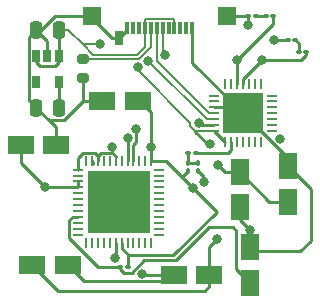
<source format=gbr>
%TF.GenerationSoftware,KiCad,Pcbnew,6.0.9*%
%TF.CreationDate,2022-12-15T21:25:05+01:00*%
%TF.ProjectId,Expansion_Card,45787061-6e73-4696-9f6e-5f436172642e,X1*%
%TF.SameCoordinates,Original*%
%TF.FileFunction,Copper,L1,Top*%
%TF.FilePolarity,Positive*%
%FSLAX46Y46*%
G04 Gerber Fmt 4.6, Leading zero omitted, Abs format (unit mm)*
G04 Created by KiCad (PCBNEW 6.0.9) date 2022-12-15 21:25:05*
%MOMM*%
%LPD*%
G01*
G04 APERTURE LIST*
G04 Aperture macros list*
%AMRoundRect*
0 Rectangle with rounded corners*
0 $1 Rounding radius*
0 $2 $3 $4 $5 $6 $7 $8 $9 X,Y pos of 4 corners*
0 Add a 4 corners polygon primitive as box body*
4,1,4,$2,$3,$4,$5,$6,$7,$8,$9,$2,$3,0*
0 Add four circle primitives for the rounded corners*
1,1,$1+$1,$2,$3*
1,1,$1+$1,$4,$5*
1,1,$1+$1,$6,$7*
1,1,$1+$1,$8,$9*
0 Add four rect primitives between the rounded corners*
20,1,$1+$1,$2,$3,$4,$5,0*
20,1,$1+$1,$4,$5,$6,$7,0*
20,1,$1+$1,$6,$7,$8,$9,0*
20,1,$1+$1,$8,$9,$2,$3,0*%
G04 Aperture macros list end*
%TA.AperFunction,SMDPad,CuDef*%
%ADD10RoundRect,0.062500X-0.337500X-0.062500X0.337500X-0.062500X0.337500X0.062500X-0.337500X0.062500X0*%
%TD*%
%TA.AperFunction,SMDPad,CuDef*%
%ADD11RoundRect,0.062500X-0.062500X-0.337500X0.062500X-0.337500X0.062500X0.337500X-0.062500X0.337500X0*%
%TD*%
%TA.AperFunction,SMDPad,CuDef*%
%ADD12R,5.300000X5.300000*%
%TD*%
%TA.AperFunction,SMDPad,CuDef*%
%ADD13R,3.350000X3.350000*%
%TD*%
%TA.AperFunction,SMDPad,CuDef*%
%ADD14RoundRect,0.100000X-0.100000X0.130000X-0.100000X-0.130000X0.100000X-0.130000X0.100000X0.130000X0*%
%TD*%
%TA.AperFunction,SMDPad,CuDef*%
%ADD15RoundRect,0.100000X0.130000X0.100000X-0.130000X0.100000X-0.130000X-0.100000X0.130000X-0.100000X0*%
%TD*%
%TA.AperFunction,SMDPad,CuDef*%
%ADD16RoundRect,0.100000X0.100000X-0.130000X0.100000X0.130000X-0.100000X0.130000X-0.100000X-0.130000X0*%
%TD*%
%TA.AperFunction,SMDPad,CuDef*%
%ADD17RoundRect,0.100000X-0.130000X-0.100000X0.130000X-0.100000X0.130000X0.100000X-0.130000X0.100000X0*%
%TD*%
%TA.AperFunction,SMDPad,CuDef*%
%ADD18R,1.600000X2.200000*%
%TD*%
%TA.AperFunction,SMDPad,CuDef*%
%ADD19R,2.200000X1.600000*%
%TD*%
%TA.AperFunction,SMDPad,CuDef*%
%ADD20RoundRect,0.200000X-0.275000X0.200000X-0.275000X-0.200000X0.275000X-0.200000X0.275000X0.200000X0*%
%TD*%
%TA.AperFunction,SMDPad,CuDef*%
%ADD21RoundRect,0.250000X0.250000X0.475000X-0.250000X0.475000X-0.250000X-0.475000X0.250000X-0.475000X0*%
%TD*%
%TA.AperFunction,SMDPad,CuDef*%
%ADD22R,0.650000X1.060000*%
%TD*%
%TA.AperFunction,SMDPad,CuDef*%
%ADD23R,0.700000X1.150000*%
%TD*%
%TA.AperFunction,SMDPad,CuDef*%
%ADD24R,0.380000X1.000000*%
%TD*%
%TA.AperFunction,SMDPad,CuDef*%
%ADD25R,1.500000X1.500000*%
%TD*%
%TA.AperFunction,ViaPad*%
%ADD26C,0.800000*%
%TD*%
%TA.AperFunction,ViaPad*%
%ADD27C,0.500000*%
%TD*%
%TA.AperFunction,Conductor*%
%ADD28C,0.250000*%
%TD*%
%TA.AperFunction,Conductor*%
%ADD29C,0.160000*%
%TD*%
%TA.AperFunction,Conductor*%
%ADD30C,0.200000*%
%TD*%
G04 APERTURE END LIST*
D10*
%TO.P,U3,1,VDDA*%
%TO.N,/VDD33A*%
X133075000Y-141050000D03*
%TO.P,U3,2,LNA_IN*%
%TO.N,unconnected-(U3-Pad2)*%
X133075000Y-141550000D03*
%TO.P,U3,3,VDDA3P3*%
%TO.N,/VDD33A*%
X133075000Y-142050000D03*
%TO.P,U3,4,VDDA3P3*%
X133075000Y-142550000D03*
%TO.P,U3,5,SENSOR_VP*%
%TO.N,unconnected-(U3-Pad5)*%
X133075000Y-143050000D03*
%TO.P,U3,6,SENSOR_CAPP*%
%TO.N,unconnected-(U3-Pad6)*%
X133075000Y-143550000D03*
%TO.P,U3,7,SENSOR_CAPN*%
%TO.N,unconnected-(U3-Pad7)*%
X133075000Y-144050000D03*
%TO.P,U3,8,SENSOR_VN*%
%TO.N,unconnected-(U3-Pad8)*%
X133075000Y-144550000D03*
%TO.P,U3,9,EN*%
%TO.N,Net-(U3-Pad9)*%
X133075000Y-145050000D03*
%TO.P,U3,10,IO34*%
%TO.N,unconnected-(U3-Pad10)*%
X133075000Y-145550000D03*
%TO.P,U3,11,IO35*%
%TO.N,unconnected-(U3-Pad11)*%
X133075000Y-146050000D03*
%TO.P,U3,12,IO32*%
%TO.N,unconnected-(U3-Pad12)*%
X133075000Y-146550000D03*
D11*
%TO.P,U3,13,IO33*%
%TO.N,unconnected-(U3-Pad13)*%
X133775000Y-147250000D03*
%TO.P,U3,14,IO25*%
%TO.N,unconnected-(U3-Pad14)*%
X134275000Y-147250000D03*
%TO.P,U3,15,IO26*%
%TO.N,unconnected-(U3-Pad15)*%
X134775000Y-147250000D03*
%TO.P,U3,16,IO27*%
%TO.N,unconnected-(U3-Pad16)*%
X135275000Y-147250000D03*
%TO.P,U3,17,IO14*%
%TO.N,unconnected-(U3-Pad17)*%
X135775000Y-147250000D03*
%TO.P,U3,18,IO12*%
%TO.N,Net-(U3-Pad18)*%
X136275000Y-147250000D03*
%TO.P,U3,19,VDD3P3_RTC*%
%TO.N,/VDD33A*%
X136775000Y-147250000D03*
%TO.P,U3,20,IO13*%
%TO.N,unconnected-(U3-Pad20)*%
X137275000Y-147250000D03*
%TO.P,U3,21,IO15*%
%TO.N,unconnected-(U3-Pad21)*%
X137775000Y-147250000D03*
%TO.P,U3,22,IO2*%
%TO.N,unconnected-(U3-Pad22)*%
X138275000Y-147250000D03*
%TO.P,U3,23,IO0*%
%TO.N,unconnected-(U3-Pad23)*%
X138775000Y-147250000D03*
%TO.P,U3,24,IO4*%
%TO.N,unconnected-(U3-Pad24)*%
X139275000Y-147250000D03*
D10*
%TO.P,U3,25,IO16*%
%TO.N,unconnected-(U3-Pad25)*%
X139975000Y-146550000D03*
%TO.P,U3,26,VDD_SDIO*%
%TO.N,unconnected-(U3-Pad26)*%
X139975000Y-146050000D03*
%TO.P,U3,27,IO17*%
%TO.N,unconnected-(U3-Pad27)*%
X139975000Y-145550000D03*
%TO.P,U3,28,SD2/IO9*%
%TO.N,unconnected-(U3-Pad28)*%
X139975000Y-145050000D03*
%TO.P,U3,29,SD3/IO10*%
%TO.N,unconnected-(U3-Pad29)*%
X139975000Y-144550000D03*
%TO.P,U3,30,CMD*%
%TO.N,unconnected-(U3-Pad30)*%
X139975000Y-144050000D03*
%TO.P,U3,31,CLK*%
%TO.N,unconnected-(U3-Pad31)*%
X139975000Y-143550000D03*
%TO.P,U3,32,SD0*%
%TO.N,unconnected-(U3-Pad32)*%
X139975000Y-143050000D03*
%TO.P,U3,33,SD1*%
%TO.N,unconnected-(U3-Pad33)*%
X139975000Y-142550000D03*
%TO.P,U3,34,IO5*%
%TO.N,unconnected-(U3-Pad34)*%
X139975000Y-142050000D03*
%TO.P,U3,35,IO18*%
%TO.N,unconnected-(U3-Pad35)*%
X139975000Y-141550000D03*
%TO.P,U3,36,IO23*%
%TO.N,unconnected-(U3-Pad36)*%
X139975000Y-141050000D03*
D11*
%TO.P,U3,37,VDD3P3_CPU*%
%TO.N,/VDD33A*%
X139275000Y-140350000D03*
%TO.P,U3,38,IO19*%
%TO.N,unconnected-(U3-Pad38)*%
X138775000Y-140350000D03*
%TO.P,U3,39,IO22*%
%TO.N,unconnected-(U3-Pad39)*%
X138275000Y-140350000D03*
%TO.P,U3,40,U0RXD/IO3*%
%TO.N,/RXD*%
X137775000Y-140350000D03*
%TO.P,U3,41,U0TXD/IO1*%
%TO.N,/TXD*%
X137275000Y-140350000D03*
%TO.P,U3,42,IO21*%
%TO.N,unconnected-(U3-Pad42)*%
X136775000Y-140350000D03*
%TO.P,U3,43,VDDA*%
%TO.N,/VDD33A*%
X136275000Y-140350000D03*
%TO.P,U3,44,XTAL_N_NC*%
%TO.N,unconnected-(U3-Pad44)*%
X135775000Y-140350000D03*
%TO.P,U3,45,XTAL_P_NC*%
%TO.N,unconnected-(U3-Pad45)*%
X135275000Y-140350000D03*
%TO.P,U3,46,VDDA*%
%TO.N,/VDD33A*%
X134775000Y-140350000D03*
%TO.P,U3,47,CAP2_NC*%
%TO.N,unconnected-(U3-Pad47)*%
X134275000Y-140350000D03*
%TO.P,U3,48,CAP1_NC*%
%TO.N,unconnected-(U3-Pad48)*%
X133775000Y-140350000D03*
D12*
%TO.P,U3,49,GND*%
%TO.N,GND*%
X136525000Y-143800000D03*
%TD*%
D10*
%TO.P,U2,1,~{DCD}*%
%TO.N,/~{DCD}*%
X144600000Y-134775000D03*
%TO.P,U2,2,~{RI}/CLK*%
%TO.N,/~{RI}*%
X144600000Y-135275000D03*
%TO.P,U2,3,GND*%
%TO.N,GND*%
X144600000Y-135775000D03*
%TO.P,U2,4,D+*%
%TO.N,/D+*%
X144600000Y-136275000D03*
%TO.P,U2,5,D-*%
%TO.N,/D-*%
X144600000Y-136775000D03*
%TO.P,U2,6,VDD*%
%TO.N,Net-(C5-Pad1)*%
X144600000Y-137275000D03*
%TO.P,U2,7,VREGIN*%
%TO.N,VBUS*%
X144600000Y-137775000D03*
D11*
%TO.P,U2,8,VBUS*%
X145550000Y-138725000D03*
%TO.P,U2,9,~{RST}*%
%TO.N,Net-(R4-Pad2)*%
X146050000Y-138725000D03*
%TO.P,U2,10,NC*%
%TO.N,unconnected-(U2-Pad10)*%
X146550000Y-138725000D03*
%TO.P,U2,11,~{SUSPEND}*%
%TO.N,/~{SUSPEND}*%
X147050000Y-138725000D03*
%TO.P,U2,12,SUSPEND*%
%TO.N,/SUSPEND*%
X147550000Y-138725000D03*
%TO.P,U2,13,CHREN*%
%TO.N,unconnected-(U2-Pad13)*%
X148050000Y-138725000D03*
%TO.P,U2,14,CHR1*%
%TO.N,unconnected-(U2-Pad14)*%
X148550000Y-138725000D03*
D10*
%TO.P,U2,15,CHR0*%
%TO.N,unconnected-(U2-Pad15)*%
X149500000Y-137775000D03*
%TO.P,U2,16,~{WAKEUP}/GPIO.3*%
%TO.N,/GPIO3*%
X149500000Y-137275000D03*
%TO.P,U2,17,RS485/GPIO.2*%
%TO.N,/GPIO2*%
X149500000Y-136775000D03*
%TO.P,U2,18,~{RXT}/GPIO.1*%
%TO.N,/GPIO1*%
X149500000Y-136275000D03*
%TO.P,U2,19,~{TXT}/GPIO.0*%
%TO.N,/GPIO0*%
X149500000Y-135775000D03*
%TO.P,U2,20,GPIO.6*%
%TO.N,/GPIO6*%
X149500000Y-135275000D03*
%TO.P,U2,21,GPIO.5*%
%TO.N,/GPIO5*%
X149500000Y-134775000D03*
D11*
%TO.P,U2,22,GPIO.4*%
%TO.N,/GPIO4*%
X148550000Y-133825000D03*
%TO.P,U2,23,~{CTS}*%
%TO.N,/~{CTS}*%
X148050000Y-133825000D03*
%TO.P,U2,24,~{RTS}*%
%TO.N,/~{RTS}*%
X147550000Y-133825000D03*
%TO.P,U2,25,RXD*%
%TO.N,/RXD*%
X147050000Y-133825000D03*
%TO.P,U2,26,TXD*%
%TO.N,/TXD*%
X146550000Y-133825000D03*
%TO.P,U2,27,~{DSR}*%
%TO.N,/~{DSR}*%
X146050000Y-133825000D03*
%TO.P,U2,28,~{DTR}*%
%TO.N,/~{DTR}*%
X145550000Y-133825000D03*
D13*
%TO.P,U2,29,GND*%
%TO.N,GND*%
X147050000Y-136275000D03*
%TD*%
D14*
%TO.P,R23,1*%
%TO.N,+3.3V*%
X143225000Y-140480000D03*
%TO.P,R23,2*%
%TO.N,Net-(U3-Pad18)*%
X143225000Y-141120000D03*
%TD*%
D15*
%TO.P,R22,1*%
%TO.N,/VDD33A*%
X137320000Y-149250000D03*
%TO.P,R22,2*%
%TO.N,Net-(U3-Pad9)*%
X136680000Y-149250000D03*
%TD*%
D16*
%TO.P,R21,1*%
%TO.N,/VDD33A*%
X142400000Y-141120000D03*
%TO.P,R21,2*%
%TO.N,+3.3V*%
X142400000Y-140480000D03*
%TD*%
D17*
%TO.P,R4,2*%
%TO.N,Net-(R4-Pad2)*%
X143070000Y-139625000D03*
%TO.P,R4,1*%
%TO.N,+3.3V*%
X142430000Y-139625000D03*
%TD*%
%TO.P,R3,2*%
%TO.N,Net-(D2-Pad2)*%
X148120000Y-128000000D03*
%TO.P,R3,1*%
%TO.N,GND*%
X147480000Y-128000000D03*
%TD*%
%TO.P,R2,1*%
%TO.N,GND*%
X150855000Y-130050000D03*
%TO.P,R2,2*%
%TO.N,Net-(D1-Pad2)*%
X151495000Y-130050000D03*
%TD*%
D15*
%TO.P,D2,1,K*%
%TO.N,/TXD*%
X149620000Y-128000000D03*
%TO.P,D2,2,A*%
%TO.N,Net-(D2-Pad2)*%
X148980000Y-128000000D03*
%TD*%
%TO.P,D1,1,K*%
%TO.N,/RXD*%
X152420000Y-131050000D03*
%TO.P,D1,2,A*%
%TO.N,Net-(D1-Pad2)*%
X151780000Y-131050000D03*
%TD*%
D18*
%TO.P,C19,1*%
%TO.N,Net-(U3-Pad9)*%
X147625000Y-150625000D03*
%TO.P,C19,2*%
%TO.N,GND*%
X147625000Y-147625000D03*
%TD*%
D19*
%TO.P,C16,2*%
%TO.N,GND*%
X135150000Y-135200000D03*
%TO.P,C16,1*%
%TO.N,/VDD33A*%
X138150000Y-135200000D03*
%TD*%
%TO.P,C15,2*%
%TO.N,GND*%
X131225000Y-138975000D03*
%TO.P,C15,1*%
%TO.N,/VDD33A*%
X128225000Y-138975000D03*
%TD*%
D18*
%TO.P,C6,1*%
%TO.N,Net-(C5-Pad1)*%
X150875000Y-143750000D03*
%TO.P,C6,2*%
%TO.N,GND*%
X150875000Y-140750000D03*
%TD*%
%TO.P,C5,1*%
%TO.N,Net-(C5-Pad1)*%
X146775000Y-141250000D03*
%TO.P,C5,2*%
%TO.N,GND*%
X146775000Y-144250000D03*
%TD*%
D19*
%TO.P,C4,1*%
%TO.N,GND*%
X141200000Y-149975000D03*
%TO.P,C4,2*%
%TO.N,VBUS*%
X144200000Y-149975000D03*
%TD*%
%TO.P,C3,1*%
%TO.N,GND*%
X132225000Y-149150000D03*
%TO.P,C3,2*%
%TO.N,VBUS*%
X129225000Y-149150000D03*
%TD*%
D20*
%TO.P,R1,1*%
%TO.N,Net-(P1-PadA5)*%
X133540000Y-131675000D03*
%TO.P,R1,2*%
%TO.N,GND*%
X133540000Y-133325000D03*
%TD*%
D21*
%TO.P,C2,1*%
%TO.N,+3V3*%
X131450000Y-135802000D03*
%TO.P,C2,2*%
%TO.N,GND*%
X129550000Y-135802000D03*
%TD*%
D22*
%TO.P,U1,1,VIN*%
%TO.N,VBUS*%
X131450000Y-131400000D03*
%TO.P,U1,2,GND*%
%TO.N,GND*%
X130500000Y-131400000D03*
%TO.P,U1,3,EN*%
%TO.N,VBUS*%
X129550000Y-131400000D03*
%TO.P,U1,4,NC*%
%TO.N,unconnected-(U1-Pad4)*%
X129550000Y-133600000D03*
%TO.P,U1,5,VOUT*%
%TO.N,+3V3*%
X131450000Y-133600000D03*
%TD*%
D21*
%TO.P,C1,2*%
%TO.N,GND*%
X129550000Y-129198000D03*
%TO.P,C1,1*%
%TO.N,VBUS*%
X131450000Y-129198000D03*
%TD*%
D23*
%TO.P,P1,S1,SHIELD*%
%TO.N,GND*%
X136580000Y-129880000D03*
D24*
%TO.P,P1,A12,GND*%
X142750000Y-129040000D03*
%TO.P,P1,A11*%
%TO.N,N/C*%
X142250000Y-129040000D03*
%TO.P,P1,A10*%
X141750000Y-129040000D03*
%TO.P,P1,A9,VBUS*%
%TO.N,VBUS*%
X141250000Y-129040000D03*
%TO.P,P1,A8*%
%TO.N,N/C*%
X140750000Y-129040000D03*
%TO.P,P1,A7,D-*%
%TO.N,/D-*%
X140250000Y-129040000D03*
%TO.P,P1,A6,D+*%
%TO.N,/D+*%
X139750000Y-129040000D03*
%TO.P,P1,A5,CC*%
%TO.N,Net-(P1-PadA5)*%
X139250000Y-129040000D03*
%TO.P,P1,A4,VBUS*%
%TO.N,VBUS*%
X138750000Y-129040000D03*
%TO.P,P1,A3*%
%TO.N,N/C*%
X138250000Y-129040000D03*
%TO.P,P1,A2*%
X137750000Y-129040000D03*
%TO.P,P1,A1,GND*%
%TO.N,GND*%
X137250000Y-129040000D03*
%TD*%
D25*
%TO.P,TP1,1,1*%
%TO.N,GND*%
X134300000Y-128000000D03*
%TD*%
%TO.P,TP3,1,1*%
%TO.N,GND*%
X145700000Y-128000000D03*
%TD*%
D26*
%TO.N,VBUS*%
X144875000Y-146950000D03*
%TO.N,GND*%
X138512820Y-149912820D03*
%TO.N,VBUS*%
X144225000Y-138875000D03*
X150212299Y-138412701D03*
%TO.N,Net-(C5-Pad1)*%
X143286883Y-137086335D03*
X144925000Y-140650000D03*
%TO.N,/RXD*%
X148651992Y-131775000D03*
X138000000Y-137600000D03*
%TO.N,/TXD*%
X146550000Y-131750000D03*
X137275000Y-138400500D03*
%TO.N,/VDD33A*%
X130325000Y-142550000D03*
%TO.N,Net-(U3-Pad18)*%
X136250000Y-148500000D03*
X143775000Y-142075000D03*
%TO.N,/VDD33A*%
X139275000Y-139125000D03*
X136000000Y-139125000D03*
%TO.N,GND*%
X147625000Y-146150000D03*
X136525000Y-143800000D03*
%TO.N,/VDD33A*%
X142787500Y-142562500D03*
%TO.N,GND*%
X147475000Y-128800000D03*
X149675000Y-130050000D03*
%TO.N,VBUS*%
X138179117Y-132359492D03*
X134950000Y-130450000D03*
%TO.N,/D-*%
X140449500Y-131374204D03*
X139037876Y-131848084D03*
D27*
%TO.N,GND*%
X133858000Y-127571500D03*
X133858000Y-128460500D03*
X146177000Y-127571500D03*
X146177000Y-128460500D03*
X134747000Y-127571500D03*
X145224500Y-128460500D03*
X145224500Y-127571500D03*
X134747000Y-128460500D03*
%TD*%
D28*
%TO.N,VBUS*%
X131400000Y-151325000D02*
X143800000Y-151325000D01*
X129225000Y-149150000D02*
X131400000Y-151325000D01*
X143800000Y-151325000D02*
X144200000Y-150925000D01*
X144200000Y-150925000D02*
X144200000Y-149975000D01*
%TO.N,GND*%
X141200000Y-149975000D02*
X140700000Y-150475000D01*
X140700000Y-150475000D02*
X133550000Y-150475000D01*
X133550000Y-150475000D02*
X132225000Y-149150000D01*
%TO.N,VBUS*%
X144200000Y-147625000D02*
X144875000Y-146950000D01*
X144200000Y-149975000D02*
X144200000Y-147625000D01*
%TO.N,GND*%
X138575000Y-149975000D02*
X138512820Y-149912820D01*
X141200000Y-149975000D02*
X138575000Y-149975000D01*
%TO.N,VBUS*%
X143013882Y-137838639D02*
X143013882Y-137775000D01*
X144225000Y-138875000D02*
X144050243Y-138875000D01*
X144050243Y-138875000D02*
X143013882Y-137838639D01*
%TO.N,Net-(U3-Pad9)*%
X136680000Y-149250000D02*
X136680000Y-149441041D01*
X136680000Y-149441041D02*
X137013959Y-149775000D01*
X137013959Y-149775000D02*
X137626041Y-149775000D01*
X144151396Y-145925000D02*
X146175000Y-145925000D01*
X137626041Y-149775000D02*
X138676041Y-148725000D01*
X146175000Y-145925000D02*
X146500000Y-146250000D01*
X146500000Y-149500000D02*
X147625000Y-150625000D01*
X138676041Y-148725000D02*
X141351396Y-148725000D01*
X141351396Y-148725000D02*
X144151396Y-145925000D01*
X146500000Y-146250000D02*
X146500000Y-149500000D01*
%TO.N,/VDD33A*%
X137320000Y-149250000D02*
X137320000Y-148306992D01*
X137320000Y-148306992D02*
X137351992Y-148275000D01*
%TO.N,Net-(U3-Pad9)*%
X136680000Y-149250000D02*
X134775000Y-149250000D01*
X134775000Y-149250000D02*
X132350000Y-146825000D01*
%TO.N,GND*%
X147625000Y-147625000D02*
X147975001Y-147975001D01*
X147975001Y-147975001D02*
X151910966Y-147975001D01*
X151910966Y-147975001D02*
X152800000Y-147085967D01*
X152800000Y-147085967D02*
X152800000Y-142675000D01*
X152800000Y-142675000D02*
X150875000Y-140750000D01*
X147050000Y-136275000D02*
X150875000Y-140100000D01*
X150875000Y-140100000D02*
X150875000Y-140750000D01*
%TO.N,Net-(C5-Pad1)*%
X150875000Y-143750000D02*
X149275000Y-143750000D01*
X149275000Y-143750000D02*
X146775000Y-141250000D01*
%TO.N,GND*%
X147050000Y-136275000D02*
X147050000Y-136276992D01*
D29*
%TO.N,VBUS*%
X138179117Y-132359492D02*
X138179117Y-132629117D01*
X138179117Y-132629117D02*
X142606883Y-137056883D01*
X142606883Y-137056883D02*
X142606883Y-137368001D01*
X142606883Y-137368001D02*
X143013882Y-137775000D01*
X143013882Y-137775000D02*
X144600000Y-137775000D01*
D28*
%TO.N,/VDD33A*%
X138150000Y-135200000D02*
X138275000Y-135200000D01*
X138275000Y-135200000D02*
X139275000Y-136200000D01*
%TO.N,GND*%
X133540000Y-135250173D02*
X133590173Y-135200000D01*
X133590173Y-135200000D02*
X135150000Y-135200000D01*
%TO.N,Net-(C5-Pad1)*%
X143475548Y-137275000D02*
X143286883Y-137086335D01*
X144600000Y-137275000D02*
X143475548Y-137275000D01*
X145525000Y-141250000D02*
X144925000Y-140650000D01*
X146775000Y-141250000D02*
X145525000Y-141250000D01*
%TO.N,GND*%
X146775000Y-144250000D02*
X146775000Y-145300000D01*
X146775000Y-145300000D02*
X147625000Y-146150000D01*
%TO.N,Net-(R4-Pad2)*%
X143070000Y-139625000D02*
X145823008Y-139625000D01*
X145823008Y-139625000D02*
X146050000Y-139398008D01*
%TO.N,+3.3V*%
X142430000Y-139625000D02*
X142430000Y-140450000D01*
X142430000Y-140450000D02*
X142400000Y-140480000D01*
%TO.N,Net-(R4-Pad2)*%
X146050000Y-139398008D02*
X146050000Y-138725000D01*
%TO.N,+3.3V*%
X143225000Y-140480000D02*
X142400000Y-140480000D01*
%TO.N,Net-(U3-Pad18)*%
X143775000Y-142075000D02*
X143775000Y-141670000D01*
X143775000Y-141670000D02*
X143225000Y-141120000D01*
%TO.N,/VDD33A*%
X141900000Y-141675000D02*
X142787500Y-142562500D01*
X140575000Y-140350000D02*
X141900000Y-141675000D01*
X141900000Y-141675000D02*
X142400000Y-141175000D01*
X142400000Y-141175000D02*
X142400000Y-141120000D01*
%TO.N,/RXD*%
X138000000Y-138700805D02*
X138000000Y-137600000D01*
X137775000Y-138925805D02*
X138000000Y-138700805D01*
X137775000Y-140350000D02*
X137775000Y-138925805D01*
%TO.N,/TXD*%
X137275000Y-140350000D02*
X137275000Y-138400500D01*
%TO.N,/VDD33A*%
X139275000Y-136200000D02*
X139275000Y-139125000D01*
%TO.N,GND*%
X131225000Y-138975000D02*
X131225000Y-137477000D01*
X131225000Y-137477000D02*
X130600000Y-136852000D01*
%TO.N,/VDD33A*%
X130325000Y-142550000D02*
X128225000Y-140450000D01*
X128225000Y-140450000D02*
X128225000Y-138975000D01*
X133075000Y-142550000D02*
X130325000Y-142550000D01*
%TO.N,Net-(U3-Pad18)*%
X136275000Y-148475000D02*
X136250000Y-148500000D01*
X136275000Y-147250000D02*
X136275000Y-148475000D01*
X143775000Y-142075000D02*
X143775000Y-142186041D01*
%TO.N,Net-(U3-Pad9)*%
X132350000Y-145326992D02*
X132626992Y-145050000D01*
X132350000Y-146825000D02*
X132350000Y-145326992D01*
X132626992Y-145050000D02*
X133075000Y-145050000D01*
%TO.N,/VDD33A*%
X135998008Y-139625000D02*
X135998008Y-139126992D01*
X135998008Y-139126992D02*
X136000000Y-139125000D01*
X139275000Y-139125000D02*
X139275000Y-140350000D01*
%TO.N,GND*%
X147625000Y-146150000D02*
X147625000Y-147625000D01*
%TO.N,/VDD33A*%
X133075000Y-140075000D02*
X133075000Y-141050000D01*
X133525000Y-139625000D02*
X133075000Y-140075000D01*
X142787500Y-142562500D02*
X144832500Y-144607500D01*
%TO.N,unconnected-(U3-Pad47)*%
X134325000Y-140400000D02*
X134325000Y-140575000D01*
X134275000Y-140350000D02*
X134325000Y-140400000D01*
%TO.N,/VDD33A*%
X141165000Y-148275000D02*
X144832500Y-144607500D01*
X139275000Y-140350000D02*
X140575000Y-140350000D01*
X136775000Y-147250000D02*
X136775000Y-147698008D01*
X136775000Y-147698008D02*
X137351992Y-148275000D01*
X137351992Y-148275000D02*
X141165000Y-148275000D01*
X133075000Y-142050000D02*
X133075000Y-142550000D01*
X134775000Y-139901992D02*
X134498008Y-139625000D01*
X134498008Y-139625000D02*
X133525000Y-139625000D01*
X136275000Y-139901992D02*
X135998008Y-139625000D01*
X136275000Y-139950000D02*
X136275000Y-139901992D01*
X135998008Y-139625000D02*
X135051992Y-139625000D01*
X135051992Y-139625000D02*
X134775000Y-139901992D01*
X134775000Y-139901992D02*
X134775000Y-140350000D01*
%TO.N,GND*%
X150855000Y-130050000D02*
X149675000Y-130050000D01*
X147475000Y-128800000D02*
X147475000Y-128005000D01*
X147475000Y-128005000D02*
X147480000Y-128000000D01*
%TO.N,/RXD*%
X147050000Y-133825000D02*
X147050000Y-133376992D01*
X147050000Y-133376992D02*
X148651992Y-131775000D01*
X148651992Y-131775000D02*
X151950000Y-131775000D01*
X151950000Y-131775000D02*
X152420000Y-131305000D01*
X152420000Y-131305000D02*
X152420000Y-131050000D01*
%TO.N,Net-(D1-Pad2)*%
X151780000Y-131050000D02*
X151780000Y-130335000D01*
X151780000Y-130335000D02*
X151495000Y-130050000D01*
%TO.N,/TXD*%
X149625000Y-128005000D02*
X149620000Y-128000000D01*
X149625000Y-128675000D02*
X149625000Y-128005000D01*
X146550000Y-131750000D02*
X149625000Y-128675000D01*
X146550000Y-133825000D02*
X146550000Y-131750000D01*
%TO.N,Net-(D2-Pad2)*%
X148980000Y-128000000D02*
X148120000Y-128000000D01*
%TO.N,GND*%
X147480000Y-128000000D02*
X145700000Y-128000000D01*
D29*
%TO.N,VBUS*%
X133500000Y-130450000D02*
X134950000Y-130450000D01*
X133487500Y-130437500D02*
X133500000Y-130450000D01*
X132248000Y-129198000D02*
X133487500Y-130437500D01*
X133487500Y-130437500D02*
X134365000Y-131315000D01*
D28*
X145550000Y-138725000D02*
X144600000Y-137775000D01*
D30*
%TO.N,/D-*%
X140250000Y-129040000D02*
X140250000Y-131174704D01*
X140250000Y-131174704D02*
X140449500Y-131374204D01*
X144600000Y-136775000D02*
X143964792Y-136775000D01*
X143964792Y-136775000D02*
X139037876Y-131848084D01*
%TO.N,/D+*%
X144600000Y-136275000D02*
X144187348Y-136275000D01*
X144187348Y-136275000D02*
X139750000Y-131837652D01*
X139750000Y-131837652D02*
X139750000Y-129040000D01*
D28*
%TO.N,GND*%
X144600000Y-135775000D02*
X146550000Y-135775000D01*
X146550000Y-135775000D02*
X147050000Y-136275000D01*
X147050000Y-136275000D02*
X147050000Y-136273008D01*
X147050000Y-136273008D02*
X142765000Y-131988008D01*
X142765000Y-131988008D02*
X142765000Y-129040000D01*
D29*
%TO.N,VBUS*%
X138750000Y-129040000D02*
X138750000Y-128290000D01*
X138780000Y-128260000D02*
X141220000Y-128260000D01*
X138750000Y-128290000D02*
X138780000Y-128260000D01*
X141250000Y-128290000D02*
X141250000Y-129040000D01*
X141220000Y-128260000D02*
X141250000Y-128290000D01*
D28*
%TO.N,GND*%
X136580000Y-129880000D02*
X137235000Y-129225000D01*
X137235000Y-129225000D02*
X137235000Y-129040000D01*
D29*
%TO.N,VBUS*%
X131450000Y-129198000D02*
X132248000Y-129198000D01*
X138750000Y-130665884D02*
X138750000Y-129040000D01*
X134365000Y-131315000D02*
X138100884Y-131315000D01*
X138100884Y-131315000D02*
X138750000Y-130665884D01*
%TO.N,*%
X138280000Y-129070000D02*
X138250000Y-129040000D01*
%TO.N,Net-(P1-PadA5)*%
X133540000Y-131675000D02*
X138250000Y-131675000D01*
X138250000Y-131675000D02*
X139250000Y-130675000D01*
X139250000Y-130675000D02*
X139250000Y-129040000D01*
D28*
%TO.N,GND*%
X136580000Y-129880000D02*
X135980000Y-129880000D01*
X135980000Y-129880000D02*
X134300000Y-128200000D01*
X134300000Y-128200000D02*
X134300000Y-128000000D01*
%TO.N,VBUS*%
X131450000Y-131400000D02*
X131450000Y-131955000D01*
X131150000Y-132255000D02*
X129850000Y-132255000D01*
X131450000Y-131955000D02*
X131150000Y-132255000D01*
X129850000Y-132255000D02*
X129550000Y-131955000D01*
X129550000Y-131955000D02*
X129550000Y-131400000D01*
%TO.N,+3V3*%
X131450000Y-135802000D02*
X131450000Y-133600000D01*
%TO.N,GND*%
X129550000Y-135802000D02*
X130600000Y-136852000D01*
X130600000Y-136852000D02*
X131938173Y-136852000D01*
X131938173Y-136852000D02*
X133540000Y-135250173D01*
X133540000Y-135250173D02*
X133540000Y-133325000D01*
X129550000Y-129198000D02*
X128900000Y-129848000D01*
X128900000Y-129848000D02*
X128900000Y-135152000D01*
X128900000Y-135152000D02*
X129550000Y-135802000D01*
X129550000Y-129198000D02*
X130500000Y-130148000D01*
X130500000Y-130148000D02*
X130500000Y-131400000D01*
%TO.N,VBUS*%
X131450000Y-129198000D02*
X131450000Y-131400000D01*
%TO.N,GND*%
X129550000Y-129198000D02*
X129911827Y-129198000D01*
X129911827Y-129198000D02*
X131109827Y-128000000D01*
X131109827Y-128000000D02*
X134300000Y-128000000D01*
%TD*%
M02*

</source>
